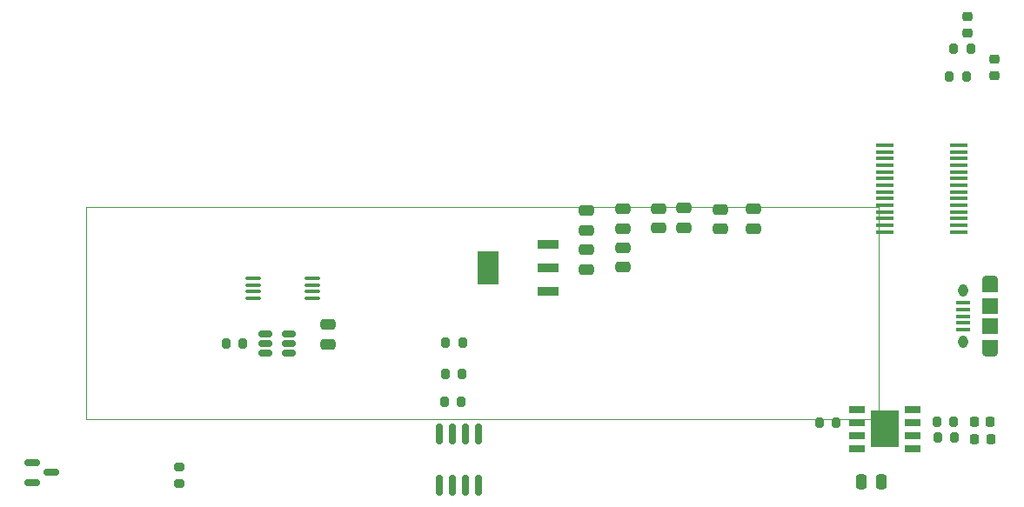
<source format=gbr>
%TF.GenerationSoftware,KiCad,Pcbnew,6.0.4-6f826c9f35~116~ubuntu21.10.1*%
%TF.CreationDate,2022-04-08T15:22:27+02:00*%
%TF.ProjectId,main,6d61696e-2e6b-4696-9361-645f70636258,rev?*%
%TF.SameCoordinates,Original*%
%TF.FileFunction,Paste,Top*%
%TF.FilePolarity,Positive*%
%FSLAX46Y46*%
G04 Gerber Fmt 4.6, Leading zero omitted, Abs format (unit mm)*
G04 Created by KiCad (PCBNEW 6.0.4-6f826c9f35~116~ubuntu21.10.1) date 2022-04-08 15:22:27*
%MOMM*%
%LPD*%
G01*
G04 APERTURE LIST*
G04 Aperture macros list*
%AMRoundRect*
0 Rectangle with rounded corners*
0 $1 Rounding radius*
0 $2 $3 $4 $5 $6 $7 $8 $9 X,Y pos of 4 corners*
0 Add a 4 corners polygon primitive as box body*
4,1,4,$2,$3,$4,$5,$6,$7,$8,$9,$2,$3,0*
0 Add four circle primitives for the rounded corners*
1,1,$1+$1,$2,$3*
1,1,$1+$1,$4,$5*
1,1,$1+$1,$6,$7*
1,1,$1+$1,$8,$9*
0 Add four rect primitives between the rounded corners*
20,1,$1+$1,$2,$3,$4,$5,0*
20,1,$1+$1,$4,$5,$6,$7,0*
20,1,$1+$1,$6,$7,$8,$9,0*
20,1,$1+$1,$8,$9,$2,$3,0*%
G04 Aperture macros list end*
%ADD10C,0.120000*%
%ADD11RoundRect,0.200000X0.200000X0.275000X-0.200000X0.275000X-0.200000X-0.275000X0.200000X-0.275000X0*%
%ADD12RoundRect,0.250000X0.475000X-0.250000X0.475000X0.250000X-0.475000X0.250000X-0.475000X-0.250000X0*%
%ADD13RoundRect,0.218750X0.256250X-0.218750X0.256250X0.218750X-0.256250X0.218750X-0.256250X-0.218750X0*%
%ADD14O,1.550000X0.890000*%
%ADD15O,0.950000X1.250000*%
%ADD16R,1.350000X0.400000*%
%ADD17R,1.550000X1.500000*%
%ADD18R,1.550000X1.200000*%
%ADD19RoundRect,0.100000X-0.637500X-0.100000X0.637500X-0.100000X0.637500X0.100000X-0.637500X0.100000X0*%
%ADD20R,1.750000X0.450000*%
%ADD21R,2.150000X0.950000*%
%ADD22R,2.150000X3.250000*%
%ADD23RoundRect,0.200000X-0.200000X-0.275000X0.200000X-0.275000X0.200000X0.275000X-0.200000X0.275000X0*%
%ADD24RoundRect,0.250000X-0.250000X-0.475000X0.250000X-0.475000X0.250000X0.475000X-0.250000X0.475000X0*%
%ADD25RoundRect,0.250000X-0.475000X0.250000X-0.475000X-0.250000X0.475000X-0.250000X0.475000X0.250000X0*%
%ADD26RoundRect,0.218750X-0.218750X-0.256250X0.218750X-0.256250X0.218750X0.256250X-0.218750X0.256250X0*%
%ADD27RoundRect,0.150000X-0.512500X-0.150000X0.512500X-0.150000X0.512500X0.150000X-0.512500X0.150000X0*%
%ADD28RoundRect,0.150000X-0.587500X-0.150000X0.587500X-0.150000X0.587500X0.150000X-0.587500X0.150000X0*%
%ADD29RoundRect,0.200000X0.275000X-0.200000X0.275000X0.200000X-0.275000X0.200000X-0.275000X-0.200000X0*%
%ADD30RoundRect,0.150000X0.150000X-0.825000X0.150000X0.825000X-0.150000X0.825000X-0.150000X-0.825000X0*%
%ADD31R,1.500000X0.650000*%
%ADD32R,2.700000X3.600000*%
G04 APERTURE END LIST*
D10*
%TO.C,BT1*%
X176620000Y-86480000D02*
X99520000Y-86480000D01*
X99520000Y-107180000D02*
X176620000Y-107180000D01*
X176620000Y-107180000D02*
X176620000Y-86480000D01*
X99520000Y-86480000D02*
X99520000Y-107180000D01*
%TD*%
D11*
%TO.C,R9*%
X185565000Y-71090000D03*
X183915000Y-71090000D03*
%TD*%
D12*
%TO.C,C7*%
X148200000Y-88780000D03*
X148200000Y-86880000D03*
%TD*%
%TO.C,C6*%
X123050000Y-99850000D03*
X123050000Y-97950000D03*
%TD*%
D11*
%TO.C,R10*%
X185175000Y-73810000D03*
X183525000Y-73810000D03*
%TD*%
D13*
%TO.C,D3*%
X185250000Y-69567500D03*
X185250000Y-67992500D03*
%TD*%
D14*
%TO.C,J1*%
X187500000Y-100640000D03*
D15*
X184800000Y-99640000D03*
X184800000Y-94640000D03*
D14*
X187500000Y-93640000D03*
D16*
X184800000Y-98440000D03*
X184800000Y-97790000D03*
X184800000Y-97140000D03*
X184800000Y-96490000D03*
X184800000Y-95840000D03*
D17*
X187500000Y-98140000D03*
D18*
X187500000Y-94240000D03*
X187500000Y-100040000D03*
D17*
X187500000Y-96140000D03*
%TD*%
D19*
%TO.C,U3*%
X115787500Y-93445000D03*
X115787500Y-94095000D03*
X115787500Y-94745000D03*
X115787500Y-95395000D03*
X121512500Y-95395000D03*
X121512500Y-94745000D03*
X121512500Y-94095000D03*
X121512500Y-93445000D03*
%TD*%
D12*
%TO.C,C2*%
X151740000Y-92370000D03*
X151740000Y-90470000D03*
%TD*%
D20*
%TO.C,U8*%
X177220000Y-80485000D03*
X177220000Y-81135000D03*
X177220000Y-81785000D03*
X177220000Y-82435000D03*
X177220000Y-83085000D03*
X177220000Y-83735000D03*
X177220000Y-84385000D03*
X177220000Y-85035000D03*
X177220000Y-85685000D03*
X177220000Y-86335000D03*
X177220000Y-86985000D03*
X177220000Y-87635000D03*
X177220000Y-88285000D03*
X177220000Y-88935000D03*
X184420000Y-88935000D03*
X184420000Y-88285000D03*
X184420000Y-87635000D03*
X184420000Y-86985000D03*
X184420000Y-86335000D03*
X184420000Y-85685000D03*
X184420000Y-85035000D03*
X184420000Y-84385000D03*
X184420000Y-83735000D03*
X184420000Y-83085000D03*
X184420000Y-82435000D03*
X184420000Y-81785000D03*
X184420000Y-81135000D03*
X184420000Y-80485000D03*
%TD*%
D21*
%TO.C,VR1*%
X144420000Y-94730000D03*
X144420000Y-92430000D03*
X144420000Y-90130000D03*
D22*
X138620000Y-92430000D03*
%TD*%
D23*
%TO.C,R3*%
X170837500Y-107480000D03*
X172487500Y-107480000D03*
%TD*%
D24*
%TO.C,C1*%
X174970000Y-113270000D03*
X176870000Y-113270000D03*
%TD*%
D23*
%TO.C,R1*%
X182347500Y-108910000D03*
X183997500Y-108910000D03*
%TD*%
D12*
%TO.C,C3*%
X148150000Y-92560000D03*
X148150000Y-90660000D03*
%TD*%
D25*
%TO.C,C8*%
X164430000Y-86710000D03*
X164430000Y-88610000D03*
%TD*%
D23*
%TO.C,R2*%
X182257500Y-107440000D03*
X183907500Y-107440000D03*
%TD*%
D26*
%TO.C,D2*%
X185932500Y-109070000D03*
X187507500Y-109070000D03*
%TD*%
D23*
%TO.C,R4*%
X113105000Y-99810000D03*
X114755000Y-99810000D03*
%TD*%
D25*
%TO.C,C9*%
X161200000Y-86730000D03*
X161200000Y-88630000D03*
%TD*%
D11*
%TO.C,R8*%
X136070000Y-102780000D03*
X134420000Y-102780000D03*
%TD*%
%TO.C,R5*%
X136115000Y-99720000D03*
X134465000Y-99720000D03*
%TD*%
D27*
%TO.C,U2*%
X116962500Y-98850000D03*
X116962500Y-99800000D03*
X116962500Y-100750000D03*
X119237500Y-100750000D03*
X119237500Y-99800000D03*
X119237500Y-98850000D03*
%TD*%
D11*
%TO.C,R7*%
X135995000Y-105480000D03*
X134345000Y-105480000D03*
%TD*%
D26*
%TO.C,D1*%
X185915000Y-107410000D03*
X187490000Y-107410000D03*
%TD*%
D28*
%TO.C,U4*%
X94222500Y-111420000D03*
X94222500Y-113320000D03*
X96097500Y-112370000D03*
%TD*%
D29*
%TO.C,R6*%
X108520000Y-113465000D03*
X108520000Y-111815000D03*
%TD*%
D13*
%TO.C,D4*%
X187910000Y-73717500D03*
X187910000Y-72142500D03*
%TD*%
D30*
%TO.C,U5*%
X133885000Y-113565000D03*
X135155000Y-113565000D03*
X136425000Y-113565000D03*
X137695000Y-113565000D03*
X137695000Y-108615000D03*
X136425000Y-108615000D03*
X135155000Y-108615000D03*
X133885000Y-108615000D03*
%TD*%
D25*
%TO.C,C10*%
X157650000Y-86620000D03*
X157650000Y-88520000D03*
%TD*%
D12*
%TO.C,C4*%
X155170000Y-88570000D03*
X155170000Y-86670000D03*
%TD*%
%TO.C,C5*%
X151740000Y-88600000D03*
X151740000Y-86700000D03*
%TD*%
D31*
%TO.C,U1*%
X174522500Y-106195000D03*
X174522500Y-107465000D03*
X174522500Y-108735000D03*
X174522500Y-110005000D03*
X179922500Y-110005000D03*
X179922500Y-108735000D03*
X179922500Y-107465000D03*
X179922500Y-106195000D03*
D32*
X177222500Y-108100000D03*
%TD*%
M02*

</source>
